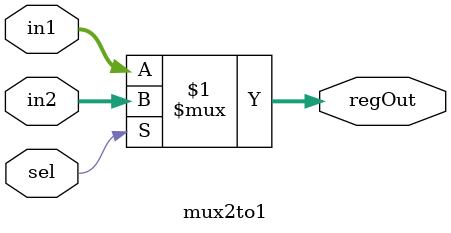
<source format=v>
module mux2to1 #(parameter WIDTH = 32)(input [WIDTH-1:0] in1, in2, 
input sel,
output [WIDTH-1:0] regOut);

assign regOut = sel ? in2 : in1;

endmodule 
</source>
